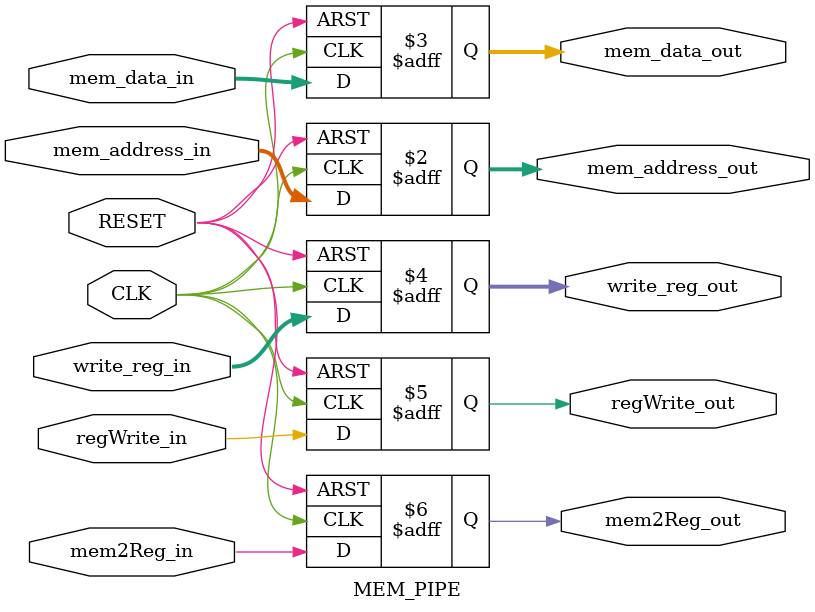
<source format=v>
`timescale 1ns / 1ps

    /*
    Luke Zambella
    ELC463 Computer Engineering II
    Pipeline for MEM/WB stage
    */ 

module MEM_PIPE(
    input CLK,
    input RESET,
    input [63:0] mem_address_in,
    input [63:0] mem_data_in,
    input [4:0] write_reg_in,
    input regWrite_in,
    input mem2Reg_in,
    
    output reg [63:0] mem_address_out,
    output reg [63:0] mem_data_out,
    output reg [4:0] write_reg_out,
    output reg regWrite_out,
    output reg mem2Reg_out
     
);

always @( posedge CLK or posedge RESET) begin
    if(RESET) begin
            regWrite_out <= 0;
            mem2Reg_out <= 0;
            mem_address_out <= 0;
            mem_data_out <= 0;
            write_reg_out <= 0;  
    end
    else begin
            regWrite_out <= regWrite_in;
            mem2Reg_out <= mem2Reg_in;
            mem_address_out <= mem_address_in;
            mem_data_out <= mem_data_in;
            write_reg_out <= write_reg_in;        
    end
    
end

endmodule


</source>
